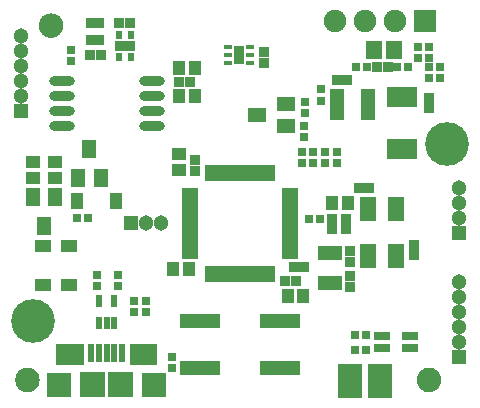
<source format=gbr>
%TF.GenerationSoftware,Altium Limited,Altium Designer,20.1.14 (287)*%
G04 Layer_Color=8388736*
%FSLAX45Y45*%
%MOMM*%
%TF.SameCoordinates,D919A4BC-3EF6-4BA5-801F-EB9C9E4D33F9*%
%TF.FilePolarity,Negative*%
%TF.FileFunction,Soldermask,Top*%
%TF.Part,Single*%
G01*
G75*
%TA.AperFunction,NonConductor*%
%ADD63C,0.10000*%
%TA.AperFunction,SMDPad,CuDef*%
%ADD64R,1.10320X1.20320*%
%ADD65R,0.80320X0.75320*%
%ADD66R,0.50320X1.40320*%
%ADD67R,1.40320X0.50320*%
%ADD68O,2.20320X0.80320*%
%ADD69R,3.40320X1.20320*%
%ADD70R,0.84320X0.84320*%
%ADD71R,0.55320X0.95320*%
%ADD72R,1.80320X0.90320*%
%ADD73R,0.55320X0.75320*%
%ADD74R,0.84320X0.84320*%
%ADD75R,0.70320X0.45320*%
%ADD76R,0.85320X1.55320*%
%ADD77R,1.25320X0.65320*%
%ADD78R,0.75320X0.80320*%
%ADD79R,1.35320X1.60320*%
%ADD80R,0.50320X1.65320*%
%ADD81R,1.60320X1.20320*%
%ADD82R,2.00320X2.90320*%
%ADD83R,1.40320X2.00320*%
%ADD84R,1.11320X1.42320*%
%TA.AperFunction,ConnectorPad*%
%ADD85R,0.60320X1.55320*%
%ADD86R,2.00320X2.10320*%
%TA.AperFunction,SMDPad,CuDef*%
%ADD87R,0.60320X1.05320*%
%ADD88R,1.40320X0.80320*%
%ADD89R,1.42320X1.11320*%
%ADD90R,1.20320X1.60320*%
%ADD91R,1.20320X1.10320*%
%ADD92R,2.00320X1.20320*%
%TA.AperFunction,ComponentPad*%
%ADD93C,3.70320*%
%ADD94R,1.30320X1.30320*%
%ADD95C,1.30320*%
%ADD96C,1.90320*%
%ADD97R,1.90320X1.90320*%
%ADD98R,1.30320X1.30320*%
G36*
X429169Y3296157D02*
X447368Y3288619D01*
X463746Y3277675D01*
X477675Y3263746D01*
X488619Y3247368D01*
X496157Y3229169D01*
X500000Y3209849D01*
Y3200000D01*
Y3190151D01*
X496157Y3170831D01*
X488619Y3152632D01*
X477675Y3136254D01*
X463746Y3122325D01*
X447368Y3111381D01*
X429169Y3103843D01*
X409849Y3100000D01*
X390151D01*
X370831Y3103843D01*
X352632Y3111381D01*
X336254Y3122325D01*
X322325Y3136254D01*
X311381Y3152632D01*
X303843Y3170831D01*
X300000Y3190151D01*
Y3200000D01*
Y3209849D01*
X303843Y3229169D01*
X311381Y3247368D01*
X322325Y3263746D01*
X336254Y3277675D01*
X352632Y3288619D01*
X370831Y3296157D01*
X390151Y3300000D01*
X409849D01*
X429169Y3296157D01*
D02*
G37*
G36*
X1296200Y325000D02*
X1066200D01*
Y505000D01*
X1296200D01*
Y325000D01*
D02*
G37*
G36*
X676200D02*
X446200D01*
Y505000D01*
X676200D01*
Y325000D01*
D02*
G37*
G36*
X229169Y296157D02*
X247368Y288619D01*
X263746Y277675D01*
X277675Y263746D01*
X288619Y247368D01*
X296157Y229169D01*
X300000Y209849D01*
Y200000D01*
Y190151D01*
X296157Y170831D01*
X288619Y152632D01*
X277675Y136254D01*
X263746Y122325D01*
X247368Y111381D01*
X229169Y103843D01*
X209849Y100000D01*
X190151D01*
X170831Y103843D01*
X152632Y111381D01*
X136254Y122325D01*
X122325Y136254D01*
X111381Y152632D01*
X103843Y170831D01*
X100000Y190151D01*
Y200000D01*
Y209849D01*
X103843Y229169D01*
X111381Y247368D01*
X122325Y263746D01*
X136254Y277675D01*
X152632Y288619D01*
X170831Y296157D01*
X190151Y300000D01*
X209849D01*
X229169Y296157D01*
D02*
G37*
G36*
X3629169Y296157D02*
X3647368Y288619D01*
X3663746Y277675D01*
X3677675Y263746D01*
X3688619Y247368D01*
X3696157Y229169D01*
X3700000Y209849D01*
Y200000D01*
Y190150D01*
X3696157Y170831D01*
X3688619Y152632D01*
X3677675Y136253D01*
X3663746Y122325D01*
X3647368Y111381D01*
X3629169Y103843D01*
X3609849Y100000D01*
X3590151D01*
X3570831Y103843D01*
X3552632Y111381D01*
X3536254Y122325D01*
X3522325Y136253D01*
X3511381Y152632D01*
X3503843Y170831D01*
X3500000Y190150D01*
Y200000D01*
Y209849D01*
X3503843Y229169D01*
X3511381Y247368D01*
X3522325Y263746D01*
X3536254Y277675D01*
X3552632Y288619D01*
X3570831Y296157D01*
X3590151Y300000D01*
X3609849D01*
X3629169Y296157D01*
D02*
G37*
G36*
X1096200Y55000D02*
X886200D01*
Y265000D01*
X1096200D01*
Y55000D01*
D02*
G37*
G36*
X856200D02*
X646200D01*
Y265000D01*
X856200D01*
Y55000D01*
D02*
G37*
D63*
X300000Y200000D02*
G03*
X300000Y200000I-100000J0D01*
G01*
X500000Y3200000D02*
G03*
X500000Y3200000I-100000J0D01*
G01*
X3700000Y200000D02*
G03*
X3700000Y200000I-100000J0D01*
G01*
D64*
X1617500Y2840000D02*
D03*
X1482500D02*
D03*
X1617500Y2600000D02*
D03*
X1482500D02*
D03*
X2916865Y1700000D02*
D03*
X2781865D02*
D03*
X2402500Y910000D02*
D03*
X2537500D02*
D03*
X1567500Y1140000D02*
D03*
X1432500D02*
D03*
D65*
X1100000Y872500D02*
D03*
Y777500D02*
D03*
X1200000D02*
D03*
Y872500D02*
D03*
X3691371Y2755127D02*
D03*
Y2850127D02*
D03*
X3601371D02*
D03*
Y2755127D02*
D03*
Y3020127D02*
D03*
Y2925126D02*
D03*
X2683571Y2565826D02*
D03*
Y2660827D02*
D03*
X3506771Y3020127D02*
D03*
Y2925126D02*
D03*
X2545870Y2254626D02*
D03*
Y2349626D02*
D03*
X2547570Y2459652D02*
D03*
Y2554652D02*
D03*
X970000Y1087500D02*
D03*
Y992500D02*
D03*
X790000Y1087500D02*
D03*
Y992500D02*
D03*
X1425000Y302500D02*
D03*
Y397500D02*
D03*
X570000Y2902500D02*
D03*
Y2997500D02*
D03*
X2522713Y2036809D02*
D03*
Y2131809D02*
D03*
X2616773Y2035000D02*
D03*
Y2130000D02*
D03*
X2718974Y2036809D02*
D03*
Y2131809D02*
D03*
X2819365Y2036339D02*
D03*
Y2131339D02*
D03*
D66*
X2275000Y1101274D02*
D03*
X2225000D02*
D03*
X2175000D02*
D03*
X2125000D02*
D03*
X2075000D02*
D03*
X2025000D02*
D03*
X1975000D02*
D03*
X1925000D02*
D03*
X1875000D02*
D03*
X1825000D02*
D03*
X1775000D02*
D03*
X1725000D02*
D03*
Y1951274D02*
D03*
X1775000D02*
D03*
X1825000D02*
D03*
X1875000D02*
D03*
X1925000D02*
D03*
X1975000D02*
D03*
X2025000D02*
D03*
X2075000D02*
D03*
X2125000D02*
D03*
X2175000D02*
D03*
X2225000D02*
D03*
X2275000D02*
D03*
D67*
X1575000Y1251274D02*
D03*
Y1301275D02*
D03*
Y1351274D02*
D03*
Y1401274D02*
D03*
Y1451274D02*
D03*
Y1501274D02*
D03*
Y1551275D02*
D03*
Y1601274D02*
D03*
Y1651274D02*
D03*
Y1701274D02*
D03*
Y1751274D02*
D03*
Y1801275D02*
D03*
X2425000D02*
D03*
Y1751274D02*
D03*
Y1701274D02*
D03*
Y1651274D02*
D03*
Y1601274D02*
D03*
Y1551275D02*
D03*
Y1501274D02*
D03*
Y1451274D02*
D03*
Y1401274D02*
D03*
Y1351274D02*
D03*
Y1301275D02*
D03*
Y1251274D02*
D03*
D68*
X493108Y2730701D02*
D03*
X1253108Y2349700D02*
D03*
Y2730701D02*
D03*
Y2476701D02*
D03*
Y2603701D02*
D03*
X493108Y2476701D02*
D03*
Y2349700D02*
D03*
Y2603701D02*
D03*
D69*
X2340000Y700000D02*
D03*
X1660000D02*
D03*
Y300000D02*
D03*
X2340000D02*
D03*
D70*
X1484000Y2720000D02*
D03*
X1576000D02*
D03*
X2817570Y2743326D02*
D03*
X2909571D02*
D03*
X3251746Y2852627D02*
D03*
X3159746D02*
D03*
X821000Y2950000D02*
D03*
X729000D02*
D03*
X1071000Y3225000D02*
D03*
X979000D02*
D03*
X3004000Y1828825D02*
D03*
X3096000D02*
D03*
X2476000Y1036274D02*
D03*
X2384000D02*
D03*
X2454000Y1160000D02*
D03*
X2546000D02*
D03*
D71*
X825000Y3080000D02*
D03*
X775000D02*
D03*
X725000D02*
D03*
Y3220000D02*
D03*
X775000D02*
D03*
X825000D02*
D03*
D72*
X1025000Y3025000D02*
D03*
D73*
X1075000Y2932500D02*
D03*
X975000D02*
D03*
Y3117500D02*
D03*
X1075000D02*
D03*
D74*
X2203185Y2886626D02*
D03*
Y2978627D02*
D03*
X3596173Y2591228D02*
D03*
Y2499228D02*
D03*
X2933000Y1199500D02*
D03*
Y1291500D02*
D03*
X2780000Y1566000D02*
D03*
Y1474000D02*
D03*
X2933000Y1076000D02*
D03*
Y984000D02*
D03*
X3473871Y1346000D02*
D03*
Y1254000D02*
D03*
X2895900Y1474000D02*
D03*
Y1566000D02*
D03*
X1620000Y2064800D02*
D03*
Y1972799D02*
D03*
D75*
X2088185Y2887626D02*
D03*
Y2952627D02*
D03*
Y3017626D02*
D03*
X1898185D02*
D03*
Y2952627D02*
D03*
Y2887626D02*
D03*
D76*
X1993185Y2952627D02*
D03*
D77*
X3083871Y2627626D02*
D03*
Y2562626D02*
D03*
X2823871Y2432626D02*
D03*
Y2627626D02*
D03*
Y2562626D02*
D03*
Y2497626D02*
D03*
X3083871Y2432626D02*
D03*
Y2497626D02*
D03*
D78*
X2983871Y2852627D02*
D03*
X3078871D02*
D03*
X3421371D02*
D03*
X3326371D02*
D03*
X617500Y1567500D02*
D03*
X712500D02*
D03*
X2675000Y1560000D02*
D03*
X2580000D02*
D03*
X2971740Y581800D02*
D03*
X3066740D02*
D03*
X2971740Y456775D02*
D03*
X3066740D02*
D03*
D79*
X3136371Y2992627D02*
D03*
X3306371D02*
D03*
D80*
X3473871Y2155026D02*
D03*
X3273871D02*
D03*
X3323871D02*
D03*
X3373871D02*
D03*
X3423871D02*
D03*
X3473871Y2595027D02*
D03*
X3423871D02*
D03*
X3373871D02*
D03*
X3323871D02*
D03*
X3273871D02*
D03*
D81*
X2145685Y2444027D02*
D03*
X2390685Y2539026D02*
D03*
Y2349027D02*
D03*
D82*
X3187000Y190000D02*
D03*
X2933000D02*
D03*
D83*
X3321825Y1245500D02*
D03*
X3081825Y1645500D02*
D03*
Y1245500D02*
D03*
X3321825Y1645500D02*
D03*
D84*
X621500Y1717500D02*
D03*
X948500D02*
D03*
D85*
X871200Y427500D02*
D03*
X936200D02*
D03*
X1001200D02*
D03*
X806200D02*
D03*
X741200D02*
D03*
D86*
X471200Y160000D02*
D03*
X1271200D02*
D03*
D87*
X805000Y680000D02*
D03*
X870000D02*
D03*
X935000D02*
D03*
Y865000D02*
D03*
X805000D02*
D03*
D88*
X3439425Y569400D02*
D03*
Y469400D02*
D03*
X3199425D02*
D03*
Y569400D02*
D03*
D89*
X330000Y1334395D02*
D03*
Y1007395D02*
D03*
X550000D02*
D03*
Y1334395D02*
D03*
D90*
X630000Y1910000D02*
D03*
X820000D02*
D03*
X725000Y2155000D02*
D03*
X435000Y1747500D02*
D03*
X245000D02*
D03*
X340000Y1502500D02*
D03*
D91*
X245200Y1910025D02*
D03*
Y2045025D02*
D03*
X435200Y1910025D02*
D03*
Y2045025D02*
D03*
X1480000Y1981300D02*
D03*
Y2116300D02*
D03*
D92*
X2760000Y1271775D02*
D03*
Y1021775D02*
D03*
D93*
X3750000Y2200000D02*
D03*
X250000Y700000D02*
D03*
D94*
X150000Y2476701D02*
D03*
X3850000Y1447825D02*
D03*
Y396000D02*
D03*
D95*
X150000Y2603701D02*
D03*
Y2730701D02*
D03*
Y2857701D02*
D03*
Y2984701D02*
D03*
Y3111701D02*
D03*
X3850000Y1574825D02*
D03*
Y1701825D02*
D03*
Y1828825D02*
D03*
Y523000D02*
D03*
Y650000D02*
D03*
Y777000D02*
D03*
Y904000D02*
D03*
Y1031000D02*
D03*
X1327000Y1526274D02*
D03*
X1200000D02*
D03*
D96*
X3312371Y3239427D02*
D03*
X3058371D02*
D03*
X2804371D02*
D03*
D97*
X3566371D02*
D03*
D98*
X1073000Y1526274D02*
D03*
%TF.MD5,b387eaf48a4dbd29f557f30b051cb15c*%
M02*

</source>
